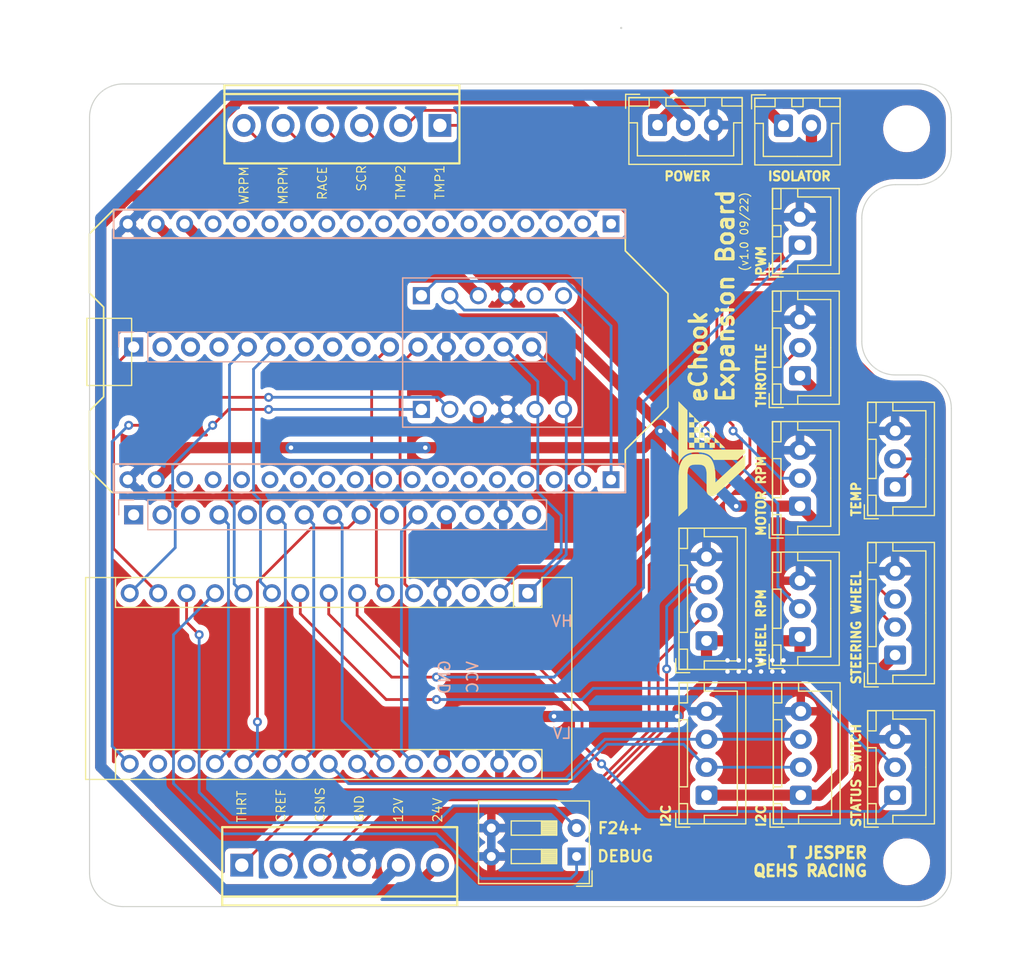
<source format=kicad_pcb>
(kicad_pcb (version 20211014) (generator pcbnew)
  (layers (0 "F.Cu" signal) (31 "B.Cu" signal) (34 "B.Paste" user) (35 "F.Paste" user) (36 "B.SilkS" user "B.Silkscreen") (37 "F.SilkS" user "F.Silkscreen") (38 "B.Mask" user) (39 "F.Mask" user) (44 "Edge.Cuts" user))
  (net 0 "")
  (net 1 "BT_OUT")
  (net 2 "BT_IN")
  (net 4 "GND")
  (net 5 "MOTOR_RPM")
  (net 6 "WHEEL_RPM")
  (net 7 "RACE_SWITCH")
  (net 8 "MOTOR_PWM")
  (net 9 "TELEMETRY_SWITCH")
  (net 10 "BRAKE")
  (net 11 "RACE_START")
  (net 12 "DEBUG_MODE")
  (net 13 "F24_MODE")
  (net 14 "SCREEN_SWITCH")
  (net 15 "TX_HIGH")
  (net 16 "RX_HIGH")
  (net 19 "BATT_T")
  (net 20 "TEMP_1")
  (net 21 "CURRENT")
  (net 22 "THROTTLE")
  (net 23 "SDA")
  (net 24 "SCL")
  (net 25 "TEMP_2")
  (net 26 "BATT_1")
  (net 27 "+5V")
  (net 29 "12_B2B")
  (net 31 "24_B2B")
  (net 32 "/+24V_ISOLATED")
  (net 59 "THROTTLE_B2B")
  (net 81 "MRPM_B2B")
  (net 82 "WRPM_B2B")
  (net 83 "CREF_B2B")
  (net 84 "CSENSE_B2B")
  (net 85 "TEMP1_B2B")
  (net 86 "TEMP2_B2B")
  (net 87 "+3V3")
  (net 88 "RX_LOW")
  (net 89 "TX_LOW")
  (net 90 "RACE_START_B2B")
  (net 91 "SCREEN_SWITCH_B2B")
  (footprint "racetrackr:ESP32 LoRa" (layer "F.Cu") (at 142.637 101.281)
    (fp_text reference "U2" hide)
    (fp_text value "ESP32_LoRa" hide)
  )
  (footprint "Connector_JST:JST_XH_B2B-XH-A_1x02_P2.50mm_Vertical" (layer "F.Cu") (at 179.5 66.725)
    (fp_text reference "J2" hide)
    (fp_text value "POWER_SWITCH" hide)
  )
  (footprint "Connector_JST:JST_XH_B3B-XH-A_1x03_P2.50mm_Vertical" (layer "F.Cu") (at 189.475 126.55 90)
    (fp_text reference "J12" hide)
    (fp_text value "STATUS_CONNECTION" hide)
  )
  (footprint "Connector_JST:JST_XH_B3B-XH-A_1x03_P2.50mm_Vertical" (layer "F.Cu") (at 189.475 99 90)
    (fp_text reference "J14" hide)
    (fp_text value "TEMP_CONNECTION" hide)
  )
  (footprint "Connector_JST:JST_XH_B4B-XH-A_1x04_P2.50mm_Vertical" (layer "F.Cu") (at 172.625 126.55 90)
    (fp_text reference "J6" hide)
    (fp_text value "I2C_1_CONN" hide)
  )
  (footprint "MountingHole:MountingHole_3.2mm_M3" (layer "F.Cu") (at 121.5 67)
    (fp_text reference "A" hide)
    (fp_text value "MountingHole_3.2mm_M3" hide)
  )
  (footprint "Connector_JST:JST_XH_B4B-XH-A_1x04_P2.50mm_Vertical" (layer "F.Cu") (at 189.475 114.025 90)
    (fp_text reference "J15" hide)
    (fp_text value "WHEEL_CONN" hide)
  )
  (footprint "MountingHole:MountingHole_3.2mm_M3" (layer "F.Cu") (at 190.5 132.5)
    (fp_text reference "D" hide)
    (fp_text value "MountingHole_3.2mm_M3" hide)
  )
  (footprint "Connector_JST:JST_XH_B3B-XH-A_1x03_P2.50mm_Vertical" (layer "F.Cu") (at 180.975 112.3875 90)
    (fp_text reference "J10" hide)
    (fp_text value "WHEEL_RPM_CONNECTION" hide)
  )
  (footprint "Button_Switch_THT:SW_DIP_SPSTx02_Slide_9.78x7.26mm_W7.62mm_P2.54mm" (layer "F.Cu") (at 161.0175 132.025 180)
    (fp_text reference "SW1" hide)
    (fp_text value "SW_DIP_x02" hide)
  )
  (footprint "Module:Arduino_Nano" (layer "F.Cu") (at 156.65 108.5 -90)
    (fp_text reference "A1" hide)
    (fp_text value "Arduino_Nano_v3.x" hide)
  )
  (footprint "MountingHole:MountingHole_3.2mm_M3" (layer "F.Cu") (at 190.5 67)
    (fp_text reference "B" hide)
    (fp_text value "MountingHole_3.2mm_M3" hide)
  )
  (footprint "Connector_JST:JST_XH_B4B-XH-A_1x04_P2.50mm_Vertical" (layer "F.Cu") (at 181.05 126.55 90)
    (fp_text reference "J8" hide)
    (fp_text value "I2C_2_CONN" hide)
  )
  (footprint "Connector_JST:JST_XH_B2B-XH-A_1x02_P2.50mm_Vertical" (layer "F.Cu") (at 180.975 77.4 90)
    (fp_text reference "J3" hide)
    (fp_text value "PWM_OUTPUT_CONN" hide)
  )
  (footprint "Connectors:SCREWTERMINAL-3.5MM-6" (layer "F.Cu") (at 131.1 132.8)
    (fp_text reference "J16" hide)
    (fp_text value "Screw_Terminal_01x06" hide)
  )
  (footprint "MountingHole:MountingHole_3.2mm_M3" (layer "F.Cu") (at 121.5 132.5)
    (fp_text reference "C" hide)
    (fp_text value "MountingHole_3.2mm_M3" hide)
  )
  (footprint "Connector_JST:JST_XH_B3B-XH-A_1x03_P2.50mm_Vertical" (layer "F.Cu") (at 180.975 100.725 90)
    (fp_text reference "J9" hide)
    (fp_text value "MOTOR_RPM_CONNECTION" hide)
  )
  (footprint "Connector_JST:JST_XH_B3B-XH-A_1x03_P2.50mm_Vertical" (layer "F.Cu") (at 180.975 89.0625 90)
    (fp_text reference "J5" hide)
    (fp_text value "THROTTLE_CONNECTION" hide)
  )
  (footprint "Connector_JST:JST_XH_B3B-XH-A_1x03_P2.50mm_Vertical" (layer "F.Cu") (at 168.25 66.675)
    (fp_text reference "J1" hide)
    (fp_text value "POWER_CONNECTION" hide)
  )
  (footprint "Connectors:SCREWTERMINAL-3.5MM-6" (layer "F.Cu") (at 148.8003 66.7003 180)
    (fp_text reference "J17" hide)
    (fp_text value "Screw_Terminal_01x06" hide)
  )
  (footprint "Connector_JST:JST_XH_B4B-XH-A_1x04_P2.50mm_Vertical" (layer "F.Cu") (at 172.625 112.75 90)
    (fp_text reference "J13" hide)
    (fp_text value "CURRENT_CONN" hide)
  )
  (footprint "Connector_PinHeader_2.54mm:PinHeader_1x15_P2.54mm_Vertical" (layer "B.Cu") (at 121.4408 86.4989 -90)
    (fp_text reference "J7" hide)
    (fp_text value "Conn_01x15_Male" hide)
  )
  (footprint "racetrackr:CONV_BOB-12009" (layer "B.Cu") (at 153.5 87 -90)
    (fp_text reference "U1" hide)
    (fp_text value "LogicLevelConverter" hide)
  )
  (footprint "Connector_PinHeader_2.54mm:PinHeader_1x15_P2.54mm_Vertical" (layer "B.Cu") (at 121.4408 101.4998 -90)
    (fp_text reference "J4" hide)
    (fp_text value "Conn_01x15_Male" hide)
  )
  (gr_poly (pts (xy 170.915997 92.160484) (xy 170.916526 92.295421) (xy 170.916526 95.674151) (xy 176.077753 95.674151) (xy 176.077753 95.955932) (xy 175.970332 96.054886) (xy 175.391159 96.587228) (xy 173.261528 96.587228) (xy 173.258497 96.581517) (xy 173.255538 96.575718) (xy 173.249721 96.56401) (xy 173.246808 96.558175) (xy 173.243855 96.552402) (xy 173.240833 96.546728) (xy 173.237716 96.54119) (xy 173.189985 96.465032) (xy 173.137195 96.393725) (xy 173.079362 96.327279) (xy 173.016507 96.265701) (xy 172.948648 96.209001) (xy 172.875803 96.157186) (xy 172.797991 96.110265) (xy 172.71523 96.068248) (xy 172.627539 96.031141) (xy 172.534937 95.998955) (xy 172.437442 95.971696) (xy 172.335073 95.949375) (xy 172.227849 95.931999) (xy 172.115787 95.919577) (xy 171.998908 95.912118) (xy 171.877228 95.90963) (xy 171.662916 95.90963) (xy 171.602369 95.910308) (xy 171.542976 95.912344) (xy 171.484748 95.915734) (xy 171.427697 95.920478) (xy 171.371835 95.926573) (xy 171.317174 95.934019) (xy 171.263726 95.942814) (xy 171.211503 95.952955) (xy 171.160518 95.964443) (xy 171.110781 95.977274) (xy 171.062306 95.991448) (xy 171.015104 96.006963) (xy 170.969187 96.023818) (xy 170.924568 96.04201) (xy 170.881257 96.061539) (xy 170.839268 96.082403) (xy 170.798003 96.104654) (xy 170.757758 96.128046) (xy 170.718538 96.152572) (xy 170.680352 96.178223) (xy 170.643209 96.204994) (xy 170.607115 96.232877) (xy 170.572078 96.261866) (xy 170.538106 96.291953) (xy 170.505207 96.323131) (xy 170.473388 96.355394) (xy 170.442658 96.388734) (xy 170.413024 96.423145) (xy 170.384494 96.458619) (xy 170.357075 96.49515) (xy 170.330776 96.53273) (xy 170.305603 96.571353) (xy 170.278387 96.616453) (xy 170.252476 96.662824) (xy 170.227836 96.710423) (xy 170.204433 96.759207) (xy 170.182234 96.809131) (xy 170.161203 96.860153) (xy 170.141307 96.91223) (xy 170.122512 96.965317) (xy 170.122512 94.186133) (xy 170.122247 91.565965) (xy 170.122247 91.366734)) (layer "F.SilkS") (width 0.02) (fill solid))
  (gr_poly (pts (xy 172.901166 94.145124) (xy 172.444759 94.145124) (xy 172.444759 93.688718)) (layer "F.SilkS") (width 0.02) (fill solid))
  (gr_poly (pts (xy 170.123041 101.332794) (xy 170.123041 98.124986) (xy 170.124157 98.016775) (xy 170.127506 97.910422) (xy 170.133087 97.805922) (xy 170.1409 97.703274) (xy 170.150946 97.602473) (xy 170.163224 97.503517) (xy 170.177735 97.406403) (xy 170.194478 97.311128) (xy 170.203811 97.264384) (xy 170.21395 97.218409) (xy 170.224895 97.173205) (xy 170.236646 97.128772) (xy 170.249203 97.085112) (xy 170.262567 97.042224) (xy 170.276737 97.000109) (xy 170.291713 96.958769) (xy 170.307495 96.918205) (xy 170.324083 96.878416) (xy 170.341477 96.839403) (xy 170.359677 96.801169) (xy 170.378684 96.763712) (xy 170.398497 96.727035) (xy 170.419116 96.691137) (xy 170.440541 96.65602) (xy 170.462849 96.621817) (xy 170.486119 96.588565) (xy 170.51035 96.556264) (xy 170.535543 96.524915) (xy 170.561696 96.494519) (xy 170.588811 96.465078) (xy 170.616886 96.436593) (xy 170.645923 96.409064) (xy 170.675922 96.382494) (xy 170.706881 96.356883) (xy 170.738801 96.332232) (xy 170.771683 96.308543) (xy 170.805526 96.285817) (xy 170.84033 96.264054) (xy 170.876095 96.243257) (xy 170.912822 96.223426) (xy 170.950634 96.204636) (xy 170.989655 96.187062) (xy 171.029886 96.170702) (xy 171.071328 96.155556) (xy 171.11398 96.141625) (xy 171.157844 96.128906) (xy 171.202919 96.117401) (xy 171.249206 96.107109) (xy 171.296706 96.098028) (xy 171.345418 96.09016) (xy 171.395344 96.083504) (xy 171.446482 96.078058) (xy 171.498835 96.073824) (xy 171.552402 96.070799) (xy 171.607184 96.068985) (xy 171.66318 96.06838) (xy 171.877493 96.06838) (xy 171.988357 96.070538) (xy 172.094632 96.077011) (xy 172.196318 96.087799) (xy 172.245439 96.09481) (xy 172.293413 96.1029) (xy 172.34024 96.112068) (xy 172.385919 96.122314) (xy 172.43045 96.133639) (xy 172.473833 96.146041) (xy 172.516068 96.159521) (xy 172.557156 96.174078) (xy 172.597096 96.189714) (xy 172.635888 96.206427) (xy 172.673531 96.224217) (xy 172.710027 96.243085) (xy 172.745375 96.26303) (xy 172.779574 96.284052) (xy 172.812626 96.306151) (xy 172.844529 96.329327) (xy 172.875284 96.35358) (xy 172.90489 96.37891) (xy 172.933348 96.405317) (xy 172.960658 96.4328) (xy 172.986819 96.461359) (xy 173.011832 96.490995) (xy 173.035696 96.521707) (xy 173.058412 96.553496) (xy 173.079979 96.58636) (xy 173.100397 96.620301) (xy 173.138844 96.691025) (xy 173.174811 96.765186) (xy 173.208297 96.842784) (xy 173.239303 96.923819) (xy 173.267828 97.008293) (xy 173.293873 97.096207) (xy 173.317438 97.18756) (xy 173.338522 97.282355) (xy 173.357125 97.380591) (xy 173.373248 97.482269) (xy 173.386891 97.587391) (xy 173.398053 97.695956) (xy 173.406735 97.807967) (xy 173.412936 97.923422) (xy 173.416656 98.042325) (xy 173.417897 98.164674) (xy 173.417897 98.617376) (xy 175.62558 96.587228) (xy 176.077488 96.171567) (xy 176.077488 97.299221) (xy 173.528493 99.63364) (xy 173.512494 99.648228) (xy 173.496247 99.662227) (xy 173.479752 99.675637) (xy 173.463008 99.688458) (xy 173.446017 99.70069) (xy 173.428778 99.712333) (xy 173.411291 99.723386) (xy 173.393555 99.733851) (xy 173.375572 99.743726) (xy 173.35734 99.753012) (xy 173.338861 99.76171) (xy 173.320133 99.769818) (xy 173.301158 99.777337) (xy 173.281934 99.784266) (xy 173.262463 99.790607) (xy 173.242743 99.796359) (xy 173.222948 99.801537) (xy 173.203351 99.806057) (xy 173.183949 99.809921) (xy 173.16474 99.813127) (xy 173.145724 99.815675) (xy 173.126899 99.817567) (xy 173.108262 99.818801) (xy 173.089814 99.819377) (xy 173.071551 99.819297) (xy 173.053473 99.818559) (xy 173.035577 99.817164) (xy 173.017863 99.815111) (xy 173.000329 99.812401) (xy 172.982974 99.809034) (xy 172.965795 99.805009) (xy 172.948791 99.800327) (xy 172.933099 99.79501) (xy 172.917675 99.788979) (xy 172.90252 99.782236) (xy 172.887635 99.774779) (xy 172.873021 99.766609) (xy 172.85868 99.757725) (xy 172.844612 99.748129) (xy 172.83082 99.73782) (xy 172.817303 99.726797) (xy 172.804063 99.715061) (xy 172.791102 99.702613) (xy 172.77842 99.689451) (xy 172.766018 99.675576) (xy 172.753899 99.660987) (xy 172.742062 99.645686) (xy 172.730509 99.629671) (xy 172.719456 99.61299) (xy 172.709115 99.595788) (xy 172.699488 99.578063) (xy 172.690574 99.559817) (xy 172.682373 99.541049) (xy 172.674885 99.521757) (xy 172.66811 99.501942) (xy 172.662049 99.481604) (xy 172.6567 99.460742) (xy 172.652065 99.439355) (xy 172.648142 99.417443) (xy 172.644933 99.395007) (xy 172.642437 99.372044) (xy 172.640655 99.348556) (xy 172.639585 99.324542) (xy 172.639228 99.3) (xy 172.639228 97.926284) (xy 172.638611 97.863013) (xy 172.636759 97.802187) (xy 172.63367 97.743806) (xy 172.629344 97.68787) (xy 172.623779 97.63438) (xy 172.616974 97.583337) (xy 172.608928 97.534743) (xy 172.59964 97.488597) (xy 172.589109 97.444901) (xy 172.577333 97.403654) (xy 172.564311 97.364859) (xy 172.550043 97.328516) (xy 172.534527 97.294625) (xy 172.517761 97.263187) (xy 172.499745 97.234204) (xy 172.480478 97.207675) (xy 172.459624 97.183119) (xy 172.43665 97.160149) (xy 172.411557 97.138766) (xy 172.384348 97.11897) (xy 172.355022 97.100759) (xy 172.323581 97.084134) (xy 172.290026 97.069094) (xy 172.254359 97.055639) (xy 172.21658 97.043769) (xy 172.176691 97.033482) (xy 172.134692 97.024779) (xy 172.090586 97.017659) (xy 172.044372 97.012122) (xy 171.996053 97.008168) (xy 171.94563 97.005795) (xy 171.893103 97.005005) (xy 171.646776 97.005005) (xy 171.594283 97.005795) (xy 171.543961 97.008168) (xy 171.495809 97.012122) (xy 171.449827 97.017659) (xy 171.406016 97.024779) (xy 171.364375 97.033482) (xy 171.324904 97.043769) (xy 171.287604 97.055639) (xy 171.252475 97.069094) (xy 171.219515 97.084134) (xy 171.20385 97.092249) (xy 171.188727 97.100759) (xy 171.174146 97.109666) (xy 171.160108 97.11897) (xy 171.146613 97.12867) (xy 171.13366 97.138766) (xy 171.12125 97.149259) (xy 171.109383 97.160149) (xy 171.098058 97.171436) (xy 171.087275 97.183119) (xy 171.077036 97.195199) (xy 171.067339 97.207675) (xy 171.04912 97.234204) (xy 171.032068 97.263187) (xy 171.016184 97.294625) (xy 171.00147 97.328516) (xy 170.987926 97.364859) (xy 170.975554 97.403654) (xy 170.964354 97.444901) (xy 170.954328 97.488597) (xy 170.945478 97.534743) (xy 170.937804 97.583337) (xy 170.931307 97.63438) (xy 170.925989 97.68787) (xy 170.921851 97.743806) (xy 170.918893 97.802187) (xy 170.917118 97.863013) (xy 170.916526 97.926284) (xy 170.916526 100.908932) (xy 170.122247 101.637065)) (layer "F.SilkS") (width 0.02) (fill solid))
  (gr_poly (pts (xy 172.444759 94.145124) (xy 172.444759 94.601795) (xy 171.988088 94.601795) (xy 171.988088 94.145124)) (layer "F.SilkS") (width 0.02) (fill solid))
  (gr_poly (pts (xy 171.531418 92.775376) (xy 171.075012 92.775376) (xy 171.075012 92.31897)) (layer "F.SilkS") (width 0.02) (fill solid))
  (gr_poly (pts (xy 171.531682 94.145124) (xy 171.531682 93.688718) (xy 171.531682 93.688453) (xy 171.531418 93.688453) (xy 171.531418 93.688718) (xy 171.531682 93.688718) (xy 171.531682 94.145124) (xy 171.531682 94.601795) (xy 171.988088 94.601795) (xy 171.988088 95.058201) (xy 172.444759 95.058201) (xy 172.444759 94.601795) (xy 172.901166 94.601795) (xy 172.901166 94.145124) (xy 173.357837 94.601795) (xy 173.814507 95.058465) (xy 173.357837 95.058465) (xy 173.357837 95.058201) (xy 173.357837 94.601795) (xy 172.90143 94.601795) (xy 172.90143 95.058201) (xy 173.357837 95.058201) (xy 173.357837 95.058465) (xy 173.357837 95.514871) (xy 172.90143 95.514871) (xy 172.90143 95.058465) (xy 172.90143 95.058201) (xy 172.901166 95.058201) (xy 172.901166 95.058465) (xy 172.90143 95.058465) (xy 172.90143 95.514871) (xy 172.901166 95.514871) (xy 172.901166 95.058465) (xy 172.444759 95.058465) (xy 172.444759 95.514871) (xy 171.988088 95.514871) (xy 171.988088 95.058465) (xy 171.531682 95.058465) (xy 171.531682 95.058201) (xy 171.531418 95.058201) (xy 171.531418 94.601795) (xy 171.075012 94.601795) (xy 171.075012 94.145124) (xy 171.531418 94.145124) (xy 171.531418 93.688718) (xy 171.075012 93.688718) (xy 171.075012 93.232046) (xy 171.531418 93.232046) (xy 171.531418 92.775376) (xy 171.988088 93.232046) (xy 172.444759 93.688718) (xy 171.988088 93.688718) (xy 171.988088 93.688453) (xy 171.988088 93.232046) (xy 171.531682 93.232046) (xy 171.531682 93.688453) (xy 171.988088 93.688453) (xy 171.988088 93.688718) (xy 171.988088 94.145124)) (layer "F.SilkS") (width 0.02) (fill solid))
  (gr_poly (pts (xy 174.270913 95.514871) (xy 173.814507 95.514871) (xy 173.814507 95.058465)) (layer "F.SilkS") (width 0.02) (fill solid))
  (gr_poly (pts (xy 171.531418 95.058201) (xy 171.531418 95.058465) (xy 171.531682 95.058465) (xy 171.531682 95.514871) (xy 171.075012 95.514871) (xy 171.075012 95.058201)) (layer "F.SilkS") (width 0.02) (fill solid))
  (gr_arc (start 117.5 66) (mid 118.37868 63.87868) (end 120.5 63) (layer "Edge.Cuts") (width 0.1))
  (gr_line (start 189.5 89) (end 191.5 89) (layer "Edge.Cuts") (width 0.1))
  (gr_line (start 194.5 66) (end 194.5 69) (layer "Edge.Cuts") (width 0.1))
  (gr_line (start 191.5 136.5) (end 120.5 136.5) (layer "Edge.Cuts") (width 0.1))
  (gr_line (start 120.5 63) (end 191.5 63) (layer "Edge.Cuts") (width 0.1))
  (gr_arc (start 194.5 133.5) (mid 193.62132 135.62132) (end 191.5 136.5) (layer "Edge.Cuts") (width 0.1))
  (gr_line (start 194.5 92) (end 194.5 133.5) (layer "Edge.Cuts") (width 0.1))
  (gr_arc (start 191.5 63) (mid 193.62132 63.87868) (end 194.5 66) (layer "Edge.Cuts") (width 0.1))
  (gr_arc (start 194.5 69) (mid 193.62132 71.12132) (end 191.5 72) (layer "Edge.Cuts") (width 0.1))
  (gr_arc (start 120.5 136.5) (mid 118.37868 135.62132) (end 117.5 133.5) (layer "Edge.Cuts") (width 0.1))
  (gr_line (start 117.5 133.5) (end 117.5 66) (layer "Edge.Cuts") (width 0.1))
  (gr_arc (start 186.5 75) (mid 187.37868 72.87868) (end 189.5 72) (layer "Edge.Cuts") (width 0.1))
  (gr_line (start 189.5 72) (end 191.5 72) (layer "Edge.Cuts") (width 0.1))
  (gr_line (start 186.5 75) (end 186.5 86) (layer "Edge.Cuts") (width 0.1))
  (gr_arc (start 191.5 89) (mid 193.62132 89.87868) (end 194.5 92) (layer "Edge.Cuts") (width 0.1))
  (gr_arc (start 189.5 89) (mid 187.37868 88.12132) (end 186.5 86) (layer "Edge.Cuts") (width 0.1))
  (gr_arc (start 165 58) (mid 165 58) (end 165 58) (layer "Edge.Cuts") (width 0.1))
  (gr_text "HV" (at 159.723738 111) (layer "B.SilkS") (effects (font (size 1 1)) (justify mirror)))
  (gr_text "GND" (at 149.223738 116 90) (layer "B.SilkS") (effects (font (size 1 1)) (justify mirror)))
  (gr_text "VCC" (at 151.723738 116 90) (layer "B.SilkS") (effects (font (size 1 1)) (justify mirror)))
  (gr_text "LV" (at 159.723738 121) (layer "B.SilkS") (effects (font (size 1 1)) (justify mirror)))
  (gr_text "THRT" (at 131.1 129.05 90) (layer "F.SilkS") (effects (font (size 0.8 0.8) (thickness 0.1)) (justify left)))
  (gr_text "TEMP" (at 186 101.75 90) (layer "F.SilkS") (effects (font (size 0.8 0.8) (thickness 0.2)) (justify left)))
  (gr_text "POWER" (at 168.75 71.25) (layer "F.SilkS") (effects (font (size 0.8 0.8) (thickness 0.2)) (justify left)))
  (gr_text "STEERING WHEEL" (at 186 116.75 90) (layer "F.SilkS") (effects (font (size 0.8 0.8) (thickness 0.2)) (justify left)))
  (gr_text "12V" (at 145.1 129.05 90) (layer "F.SilkS") (effects (font (size 0.8 0.8) (thickness 0.1)) (justify left)))
  (gr_text "24V" (at 148.6 129.05 90) (layer "F.SilkS") (effects (font (size 0.8 0.8) (thickness 0.1)) (justify left)))
  (gr_text "GND" (at 141.6 129.05 90) (layer "F.SilkS") (effects (font (size 0.8 0.8) (thickness 0.1)) (justify left)))
  (gr_text "DEBUG" (at 162.75 132) (layer "F.SilkS") (effects (font (size 1 1) (thickness 0.2)) (justify left)))
  (gr_text "STATUS SWITCH" (at 186 129.5 90) (layer "F.SilkS") (effects (font (size 0.8 0.8) (thickness 0.2)) (justify left)))
  (gr_text "eChook\nExpansion Board" (at 173.1 91.6 90) (layer "F.SilkS") (effects (font (size 1.5 1.5) (thickness 0.3)) (justify left)))
  (gr_text "CREF" (at 134.6 129.05 90) (layer "F.SilkS") (effects (font (size 0.8 0.8) (thickness 0.1)) (justify left)))
  (gr_text "MOTOR RPM" (at 177.5 103.5 90) (layer "F.SilkS") (effects (font (size 0.8 0.8) (thickness 0.2)) (justify left)))
  (gr_text "WHEEL RPM" (at 177.5 115.25 90) (layer "F.SilkS") (effects (font (size 0.8 0.8) (thickness 0.2)) (justify left)))
  (gr_text "I2C" (at 177.5 129.5 90) (layer "F.SilkS") (effects (font (size 0.8 0.8) (thickness 0.2)) (justify left)))
  (gr_text "F24+" (at 162.8 129.5) (layer "F.SilkS") (effects (font (size 1 1) (thickness 0.2)) (justify left)))
  (gr_text "SCR" (at 141.8 72.676191 90) (layer "F.SilkS") (effects (font (size 0.8 0.8) (thickness 0.1)) (justify left)))
  (gr_text "T JESPER\nQEHS RACING" (at 187.1 132.5) (layer "F.SilkS") (effects (font (size 1 1) (thickness 0.25)) (justify right)))
  (gr_text "PWM" (at 177.5 80.25 90) (layer "F.SilkS") (effects (font (size 0.8 0.8) (thickness 0.2)) (justify left)))
  (gr_text "TMP1" (at 148.8 73.4 90) (layer "F.SilkS") (effects (font (size 0.8 0.8) (thickness 0.1)) (justify left)))
  (gr_text "CSNS" (at 138.1 129.05 90) (layer "F.SilkS") (effects (font (size 0.8 0.8) (thickness 0.1)) (justify left)))
  (gr_text "I2C" (at 169 129.5 90) (layer "F.SilkS") (effects (font (size 0.8 0.8) (thickness 0.2)) (justify left)))
  (gr_text "WRPM" (at 131.3 73.85 90) (layer "F.SilkS") (effects (font (size 0.8 0.8) (thickness 0.1)) (justify left)))
  (gr_text "RACE" (at 138.3 73.430953 90) (layer "F.SilkS") (effects (font (size 0.8 0.8) (thickness 0.1)) (justify left)))
  (gr_text "ISOLATOR" (at 178 71.25) (layer "F.SilkS") (effects (font (size 0.8 0.8) (thickness 0.2)) (justify left)))
  (gr_text "THROTTLE" (at 177.5 92 90) (layer "F.SilkS") (effects (font (size 0.8 0.8) (thickness 0.2)) (justify left)))
  (gr_text "(v1.0 09/22)" (at 176 76.2 90) (layer "F.SilkS") (effects (font (size 0.7 0.7) (thickness 0.1))))
  (gr_text "MRPM" (at 134.8 73.85 90) (layer "F.SilkS") (effects (font (size 0.8 0.8) (thickness 0.1)) (justify left)))
  (gr_text "TMP2" (at 145.3 73.4 90) (layer "F.SilkS") (effects (font (size 0.8 0.8) (thickness 0.1)) (justify left)))
  (segment (start 160.093811 105.056189) (end 160.093811 89.591911) (width 0.25) (layer "B.Cu") (net 1))
  (segment (start 156.65 108.5) (end 160.093811 105.056189) (width 0.25) (layer "B.Cu") (net 1))
  (segment (start 160.093811 89.591911) (end 157.0008 86.4989) (width 0.25) (layer "B.Cu") (net 1))
  (segment (start 158.007141 106.507141) (end 156.102859 106.507141) (width 0.25) (layer "B.Cu") (net 2))
  (segment (start 159.644291 104.869991) (end 158.007141 106.507141) (width 0.25) (layer "B.Cu") (net 2))
  (segment (start 157.553811 99.46952) (end 159.644291 101.56) (width 0.25) (layer "B.Cu") (net 2))
  (segment (start 156.102859 106.507141) (end 154.11 108.5) (width 0.25) (layer "B.Cu") (net 2))
  (segment (start 154.4608 86.4989) (end 157.553811 89.591911) (width 0.25) (layer "B.Cu") (net 2))
  (segment (start 157.553811 89.591911) (end 157.553811 99.46952) (width 0.25) (layer "B.Cu") (net 2))
  (segment (start 159.644291 101.56) (end 159.644291 104.869991) (width 0.25) (layer "B.Cu") (net 2))
  (segment (start 149.033432 108.5) (end 149.03 108.5) (width 1) (layer "F.Cu") (net 4))
  (via (at 175.5 114.5) (size 0.8) (drill 0.4) (layers "F.Cu" "B.Cu") (net 4))
  (via (at 174.5 114.5) (size 0.8) (drill 0.4) (layers "F.Cu" "B.Cu") (net 4))
  (via (at 174.5 115.5) (size 0.8) (drill 0.4) (layers "F.Cu" "B.Cu") (net 4))
  (via (at 178.5 114.5) (size 0.8) (drill 0.4) (layers "F.Cu" "B.Cu") (net 4))
  (via (at 179.5 114.5) (size 0.8) (drill 0.4) (layers "F.Cu" "B.Cu") (net 4))
  (via (at 175.5 115.5) (size 0.8) (drill 0.4) (layers "F.Cu" "B.Cu") (net 4))
  (via (at 177.5 114.5) (size 0.8) (drill 0.4) (layers "F.Cu" "B.Cu") (net 4))
  (via (at 179.5 115.5) (size 0.8) (drill 0.4) (layers "F.Cu" "B.Cu") (net 4))
  (via (at 176.5 115.5) (size 0.8) (drill 0.4) (layers "F.Cu" "B.Cu") (net 4))
  (via (at 176.5 114.5) (size 0.8) (drill 0.4) (layers "F.Cu" "B.Cu") (net 4))
  (via (at 177.5 115.5) (size 0.8) (drill 0.4) (layers "F.Cu" "B.Cu") (net 4))
  (via (at 178.5 115.5) (size 0.8) (drill 0.4) (layers "F.Cu" "B.Cu") (net 4))
  (segment (start 145.666289 107.676289) (end 145.666289 100.516289) (width 0.25) (layer "F.Cu") (net 5))
  (segment (start 145.246189 88.093511) (end 146.8408 86.4989) (width 0.25) (layer "F.Cu") (net 5))
  (segment (start 146.49 108.5) (end 145.666289 107.676289) (width 0.25) (layer "F.Cu") (net 5))
  (segment (start 145.666289 100.516289) (end 145.246189 100.096189) (width 0.25) (layer "F.Cu") (net 5))
  (segment (start 145.246189 100.096189) (end 145.246189 88.093511) (width 0.25) (layer "F.Cu") (net 5))
  (segment (start 142.706189 88.093511) (end 142.706189 100.593201) (width 0.25) (layer "F.Cu") (net 6))
  (segment (start 142.706189 100.593201) (end 143.126289 101.013301) (width 0.25) (layer "F.Cu") (net 6))
  (segment (start 144.3008 86.4989) (end 142.706189 88.093511) (width 0.25) (layer "F.Cu") (net 6))
  (segment (start 143.126289 107.676289) (end 143.95 108.5) (width 0.25) (layer "F.Cu") (net 6))
  (segment (start 143.126289 101.013301) (end 143.126289 107.676289) (width 0.25) (layer "F.Cu") (net 6))
  (segment (start 141.41 110.479322) (end 145.930678 115) (width 0.25) (layer "F.Cu") (net 7))
  (segment (start 161.5 119) (end 161.5 122) (width 0.25) (layer "F.Cu") (net 7))
  (segment (start 157.5 115) (end 161.5 119) (width 0.25) (layer "F.Cu") (net 7))
  (segment (start 161.5 122) (end 163.25 123.75) (width 0.25) (layer "F.Cu") (net 7))
  (segment (start 141.41 108.5) (end 141.41 110.479322) (width 0.25) (layer "F.Cu") (net 7))
  (segment (start 145.930678 115) (end 157.5 115) (width 0.25) (layer "F.Cu") (net 7))
  (via (at 163.25 123.75) (size 0.8) (drill 0.4) (layers "F.Cu" "B.Cu") (net 7))
  (segment (start 163.25 123.75) (end 167.5 128) (width 0.25) (layer "B.Cu") (net 7))
  (segment (start 188.025 128) (end 167.5 128) (width 0.25) (layer "B.Cu") (net 7))
  (segment (start 189.475 126.55) (end 188.025 128) (width 0.25) (layer "B.Cu") (net 7))
  (segment (start 144.5 116) (end 138.87 110.37) (width 0.25) (layer "F.Cu") (net 8))
  (segment (start 138.87 110.37) (end 138.87 108.5) (width 0.25) (layer "F.Cu") (net 8))
  (segment (start 148.5 116) (end 144.5 116) (width 0.25) (layer "F.Cu") (net 8))
  (via (at 148.5 116) (size 0.8) (drill 0.4) (layers "F.Cu" "B.Cu") (net 8))
  (via (at 148.5 116) (size 0.8) (drill 0.4) (layers "F.Cu" "B.Cu") (net 8))
  (segment (start 180.975 77.4) (end 167 91.375) (width 0.25) (layer "B.Cu") (net 8))
  (segment (start 167 91.375) (end 167 108) (width 0.25) (layer "B.Cu") (net 8))
  (segment (start 167 108) (end 159 116) (width 0.25) (layer "B.Cu") (net 8))
  (segment (start 159 116) (end 148.5 116) (width 0.25) (layer "B.Cu") (net 8))
  (segment (start 148.5 118) (end 144 118) (width 0.25) (layer "F.Cu") (net 9))
  (segment (start 136.33 110.33) (end 136.33 108.5) (width 0.25) (layer "F.Cu") (net 9))
  (segment (start 144 118) (end 136.33 110.33) (width 0.25) (layer "F.Cu") (net 9))
  (via (at 148.5 118) (size 0.8) (drill 0.4) (layers "F.Cu" "B.Cu") (net 9))
  (segment (start 187.97548 122.55048) (end 187.05048 122.55048) (width 0.25) (layer "B.Cu") (net 9))
  (segment (start 187.05048 122.55048) (end 181.5 117) (width 0.25) (layer "B.Cu") (net 9))
  (segment (start 162.5 117) (end 161.5 118) (width 0.25) (layer "B.Cu") (net 9))
  (segment (start 161.5 118) (end 148.5 118) (width 0.25) (layer "B.Cu") (net 9))
  (segment (start 181.5 117) (end 162.5 117) (width 0.25) (layer "B.Cu") (net 9))
  (segment (start 189.475 124.05) (end 187.97548 122.55048) (width 0.25) (layer "B.Cu") (net 9))
  (segment (start 132.775311 100.227689) (end 132.775311 107.485311) (width 0.25) (layer "B.Cu") (net 10))
  (segment (start 132.153811 88.485889) (end 132.153811 99.606189) (width 0.25) (layer "B.Cu") (net 10))
  (segment (start 134.1408 86.4989) (end 132.153811 88.485889) (width 0.25) (layer "B.Cu") (net 10))
  (segment (start 132.153811 99.606189) (end 132.775311 100.227689) (width 0.25) (layer "B.Cu") (net 10))
  (segment (start 132.775311 107.485311) (end 133.79 108.5) (width 0.25) (layer "B.Cu") (net 10))
  (segment (start 130.426289 100.516289) (end 130.006189 100.096189) (width 0.25) (layer "B.Cu") (net 11))
  (segment (start 130.426289 107.676289) (end 130.426289 100.516289) (width 0.25) (layer "B.Cu") (net 11))
  (segment (start 130.006189 88.093511) (end 131.6008 86.4989) (width 0.25) (layer "B.Cu") (net 11))
  (segment (start 130.006189 100.096189) (end 130.006189 88.093511) (width 0.25) (layer "B.Cu") (net 11))
  (segment (start 131.25 108.5) (end 130.426289 107.676289) (width 0.25) (layer "B.Cu") (net 11))
  (segment (start 160.5 134) (end 161.0175 133.4825) (width 0.25) (layer "B.Cu") (net 12))
  (segment (start 148.5 130) (end 152.5 134) (width 0.25) (layer "B.Cu") (net 12))
  (segment (start 152.5 134) (end 160.5 134) (width 0.25) (layer "B.Cu") (net 12))
  (segment (start 128.71 108.5) (end 125 112.21) (width 0.25) (layer "B.Cu") (net 12))
  (segment (start 129.5 130) (end 148.5 130) (width 0.25) (layer "B.Cu") (net 12))
  (segment (start 161.0175 133.4825) (end 161.0175 132.025) (width 0.25) (layer "B.Cu") (net 12))
  (segment (start 125 112.21) (end 125 125.5) (width 0.25) (layer "B.Cu") (net 12))
  (segment (start 125 125.5) (end 129.5 130) (width 0.25) (layer "B.Cu") (net 12))
  (segment (start 126.17 108.5) (end 126.17 111.080978) (width 0.25) (layer "F.Cu") (net 13))
  (segment (start 126.17 111.080978) (end 127.294511 112.205489) (width 0.25) (layer "F.Cu") (net 13))
  (via (at 127.294511 112.205489) (size 0.8) (drill 0.4) (layers "F.Cu" "B.Cu") (net 13))
  (segment (start 127.5 112) (end 127.294511 112.205489) (width 0.25) (layer "B.Cu") (net 13))
  (segment (start 127.294511 112.205489) (end 127.294511 126.294511) (width 0.25) (layer "B.Cu") (net 13))
  (segment (start 150 127.5) (end 159.0325 127.5) (width 0.25) (layer "B.Cu") (net 13))
  (segment (start 130 129) (end 148.5 129) (width 0.25) (layer "B.Cu") (net 13))
  (segment (start 159.0325 127.5) (end 161.0175 129.485) (width 0.25) (layer "B.Cu") (net 13))
  (segment (start 127.294511 126.294511) (end 130 129) (width 0.25) (layer "B.Cu") (net 13))
  (segment (start 148.5 129) (end 150 127.5) (width 0.25) (layer "B.Cu") (net 13))
  (segment (start 121.4408 86.4989) (end 119.646189 88.293511) (width 0.25) (layer "F.Cu") (net 14))
  (segment (start 119.646189 104.516189) (end 123.63 108.5) (width 0.25) (layer "F.Cu") (net 14))
  (segment (start 119.646189 88.293511) (end 119.646189 104.516189) (width 0.25) (layer "F.Cu") (net 14))
  (segment (start 129.92 92.08) (end 128.5 93.5) (width 0.25) (layer "F.Cu") (net 15))
  (segment (start 133.5 92.08) (end 129.92 92.08) (width 0.25) (layer "F.Cu") (net 15))
  (via (at 133.5 92.08) (size 0.8) (drill 0.4) (layers "F.Cu" "B.Cu") (net 15))
  (via (at 128.5 93.5) (size 0.8) (drill 0.4) (layers "F.Cu" "B.Cu") (net 15))
  (segment (start 128.5 93.5) (end 124.926189 97.073811) (width 0.25) (layer "B.Cu") (net 15))
  (segment (start 125.155311 101.013301) (end 125.155311 104.434689) (width 0.25) (layer "B.Cu") (net 15))
  (segment (start 124.926189 97.073811) (end 124.926189 100.784179) (width 0.25) (layer "B.Cu") (net 15))
  (segment (start 124.926189 100.784179) (end 125.155311 101.013301) (width 0.25) (layer "B.Cu") (net 15))
  (segment (start 125.155311 104.434689) (end 121.09 108.5) (width 0.25) (layer "B.Cu") (net 15))
  (segment (start 147.15 92.08) (end 133.5 92.08) (width 0.25) (layer "B.Cu") (net 15))
  (segment (start 133.5 91) (end 129 91) (width 0.25) (layer "F.Cu") (net 16))
  (segment (start 129 91) (end 126.5 93.5) (width 0.25) (layer "F.Cu") (net 16))
  (segment (start 126.5 93.5) (end 121 93.5) (width 0.25) (layer "F.Cu") (net 16))
  (via (at 133.5 91) (size 0.8) (drill 0.4) (layers "F.Cu" "B.Cu") (net 16))
  (via (at 121 93.5) (size 0.8) (drill 0.4) (layers "F.Cu" "B.Cu") (net 16))
  (segment (start 120.975386 93.5) (end 119.52452 94.950866) (width 0.25) (layer "B.Cu") (net 16))
  (segment (start 119.52452 94.950866) (end 119.52452 122.17452) (width 0.25) (layer "B.Cu") (net 16))
  (segment (start 149.69 92.08) (end 148.603489 90.993489) (width 0.25) (layer "B.Cu") (net 16))
  (segment (start 119.52452 122.17452) (end 121.09 123.74) (width 0.25) (layer "B.Cu") (net 16))
  (segment (start 133.5 91) (end 133.506511 90.993489) (width 0.25) (layer "B.Cu") (net 16))
  (segment (start 148.603489 90.993489) (end 133.506511 90.993489) (width 0.25) (layer "B.Cu") (net 16))
  (segment (start 121 93.5) (end 120.975386 93.5) (width 0.25) (layer "B.Cu") (net 16))
  (segment (start 129.9108 102.3498) (end 129.9108 122.5392) (width 0.25) (layer "B.Cu") (net 19))
  (segment (start 129.9108 122.5392) (end 128.71 123.74) (width 0.25) (layer "B.Cu") (net 19))
  (segment (start 129.0608 101.4998) (end 129.9108 102.3498) (width 0.25) (layer "B.Cu") (net 19))
  (segment (start 140.586289 102.674311) (end 137.325689 102.674311) (width 0.25) (layer "F.Cu") (net 20))
  (segment (start 132.5 107.5) (end 132.5 120) (width 0.25) (layer "F.Cu") (net 20))
  (segment (start 141.7608 101.4998) (end 140.586289 102.674311) (width 0.25) (layer "F.Cu") (net 20))
  (segment (start 137.325689 102.674311) (end 132.5 107.5) (width 0.25) (layer "F.Cu") (net 20))
  (via (at 132.5 120) (size 0.8) (drill 0.4) (layers "F.Cu" "B.Cu") (net 20))
  (segment (start 131.25 123.74) (end 132.49 122.5) (width 0.25) (layer "B.Cu") (net 20))
  (segment (start 132.49 122.5) (end 132.5 122.5) (width 0.25) (layer "B.Cu") (net 20))
  (segment (start 132.5 122.5) (end 132.5 120) (width 0.25) (layer "B.Cu") (net 20))
  (segment (start 134.9908 102.3498) (end 134.9908 122.5392) (width 0.25) (layer "B.Cu") (net 21))
  (segment (start 134.1408 101.4998) (end 134.9908 102.3498) (width 0.25) (layer "B.Cu") (net 21))
  (segment (start 134.9908 122.5392) (end 133.79 123.74) (width 0.25) (layer "B.Cu") (net 21))
  (segment (start 137.5308 102.3498) (end 137.5308 122.5392) (width 0.25) (layer "B.Cu") (net 22))
  (segment (start 137.5308 122.5392) (end 136.33 123.74) (width 0.25) (layer "B.Cu") (net 22))
  (segment (start 136.6808 101.4998) (end 137.5308 102.3498) (width 0.25) (layer "B.Cu") (net 22))
  (segment (start 160.221687 125.514031) (end 160.485009 125.250708) (width 0.25) (layer "B.Cu") (net 23))
  (segment (start 160.485009 125.250708) (end 163.735718 122) (width 0.25) (layer "B.Cu") (net 23))
  (segment (start 170.575 122) (end 172.625 124.05) (width 0.25) (layer "B.Cu") (net 23))
  (segment (start 140.644031 125.514031) (end 160.221687 125.514031) (width 0.25) (layer "B.Cu") (net 23))
  (segment (start 138.87 123.74) (end 140.644031 125.514031) (width 0.25) (layer "B.Cu") (net 23))
  (segment (start 172.625 124.05) (end 181.05 124.05) (width 0.25) (layer "B.Cu") (net 23))
  (segment (start 163.735718 122) (end 170.575 122) (width 0.25) (layer "B.Cu") (net 23))
  (segment (start 142.734511 125.064511) (end 160.035489 125.064511) (width 0.25) (layer "B.Cu") (net 24))
  (segment (start 163.55 121.55) (end 172.625 121.55) (width 0.25) (layer "B.Cu") (net 24))
  (segment (start 160.035489 125.064511) (end 163.55 121.55) (width 0.25) (layer "B.Cu") (net 24))
  (segment (start 141.41 123.74) (end 142.734511 125.064511) (width 0.25) (layer "B.Cu") (net 24))
  (segment (start 172.625 121.55) (end 181.05 121.55) (width 0.25) (layer "B.Cu") (net 24))
  (segment (start 140.0708 119.8608) (end 143.95 123.74) (width 0.25) (layer "B.Cu") (net 25))
  (segment (start 140.0708 102.3498) (end 140.0708 119.8608) (width 0.25) (layer "B.Cu") (net 25))
  (segment (start 139.2208 101.4998) (end 140.0708 102.3498) (width 0.25) (layer "B.Cu") (net 25))
  (segment (start 145.365489 122.615489) (end 146.49 123.74) (width 0.25) (layer "B.Cu") (net 26))
  (segment (start 146.8408 101.4998) (end 145.365489 102.975111) (width 0.25) (layer "B.Cu") (net 26))
  (segment (start 145.365489 102.975111) (end 145.365489 122.615489) (width 0.25) (layer "B.Cu") (net 26))
  (segment (start 184.81 104.56) (end 184.81 118.69) (width 1) (layer "F.Cu") (net 27))
  (segment (start 182.68 126.55) (end 181.05 126.55) (width 1) (layer "F.Cu") (net 27))
  (segment (start 180.975 112.3875) (end 180.975 114.855) (width 1) (layer "F.Cu") (net 27))
  (segment (start 168.5 94) (end 168.5 102) (width 1) (layer "F.Cu") (net 27))
  (segment (start 180.6125 112.75) (end 180.975 112.3875) (width 1) (layer "F.Cu") (net 27))
  (segment (start 167 95.5) (end 168.5 94) (width 1) (layer "F.Cu") (net 27))
  (segment (start 135.5 95.5) (end 126.32 95.5) (width 1) (layer "F.Cu") (net 27))
  (segment (start 152.5 95.5) (end 167 95.5) (width 1) (layer "F.Cu") (net 27))
  (segment (start 184.81 92.8975) (end 184.81 104.56) (width 1) (layer "F.Cu") (net 27))
  (segment (start 180.975 114.855) (end 184.81 118.69) (width 1) (layer "F.Cu") (net 27))
  (segment (start 159 119.5) (end 158.981511 119.518489) (width 1) (layer "F.Cu") (net 27))
  (segment (start 172.625 112.75) (end 172.625 116.375) (width 1) (layer "F.Cu") (net 27))
  (segment (start 147.5 95.5) (end 152.5 95.5) (width 1) (layer "F.Cu") (net 27))
  (segment (start 150.865211 119.518489) (end 158.981511 119.518489) (width 1) (layer "F.Cu") (net 27))
  (segment (start 152.23 92.08) (end 152.23 95.23) (width 1) (layer "F.Cu") (net 27))
  (segment (start 180.975 100.725) (end 175.275 100.725) (width 1) (layer "F.Cu") (net 27))
  (segment (start 149.2037 123.5663) (end 149.03 123.74) (width 1) (layer "F.Cu") (net 27))
  (segment (start 180.975 89.0625) (end 184.81 92.8975) (width 1) (layer "F.Cu") (net 27))
  (segment (start 149.3808 103.3808) (end 149.3808 101.4998) (width 1) (layer "F.Cu") (net 27))
  (segment (start 172.625 126.55) (end 181.05 126.55) (width 1) (layer "F.Cu") (net 27))
  (segment (start 149.2037 121.18) (end 150.865211 119.518489) (width 1) (layer "F.Cu") (net 27))
  (segment (start 170.090185 118.909815) (end 170.090185 119.5) (width 1) (layer "F.Cu") (net 27))
  (segment (start 165.5 105) (end 151 105) (width 1) (layer "F.Cu") (net 27))
  (segment (start 123.46 75.5) (end 131.96 84) (width 1) (layer "F.Cu") (net 27))
  (segment (start 180.975 100.725) (end 184.81 104.56) (width 1) (layer "F.Cu") (net 27))
  (segment (start 168.5 102) (end 165.5 105) (width 1) (layer "F.Cu") (net 27))
  (segment (start 189.475 114.025) (end 184.81 118.69) (width 1) (layer "F.Cu") (net 27))
  (segment (start 184.81 124.42) (end 182.68 126.55) (width 1) (layer "F.Cu") (net 27))
  (segment (start 172.625 116.375) (end 170.090185 118.909815) (width 1) (layer "F.Cu") (net 27))
  (segment (start 168.5 93.5) (end 168.5 94) (width 1) (layer "F.Cu") (net 27))
  (segment (start 131.96 84) (end 159 84) (width 1) (layer "F.Cu") (net 27))
  (segment (start 184.81 118.69) (end 184.81 124.42) (width 1) (layer "F.Cu") (net 27))
  (segment (start 172.625 112.75) (end 180.6125 112.75) (width 1) (layer "F.Cu") (net 27))
  (segment (start 126.32 95.5) (end 123.46 98.36) (width 1) (layer "F.Cu") (net 27))
  (segment (start 149.2037 121.18) (end 149.2037 123.5663) (width 1) (layer "F.Cu") (net 27))
  (segment (start 152.23 95.23) (end 152.5 95.5) (width 1) (layer "F.Cu") (net 27))
  (segment (start 159 84) (end 168.5 93.5) (width 1) (layer "F.Cu") (net 27))
  (segment (start 151 105) (end 149.3808 103.3808) (width 1) (layer "F.Cu") (net 27))
  (via (at 168.5 94) (size 0.8) (drill 0.4) (layers "F.Cu" "B.Cu") (net 27))
  (via (at 170 119.5) (size 0.8) (drill 0.4) (layers "F.Cu" "B.Cu") (net 27))
  (via (at 175.275 100.725) (size 0.8) (drill 0.4) (layers "F.Cu" "B.Cu") (net 27))
  (via (at 159 119.5) (size 0.8) (drill 0.4) (layers "F.Cu" "B.Cu") (net 27))
  (via (at 147.5 95.5) (size 0.8) (drill 0.4) (layers "F.Cu" "B.Cu") (net 27))
  (via (at 135.5 95.5) (size 0.8) (drill 0.4) (layers "F.Cu" "B.Cu") (net 27))
  (segment (start 168.55 94) (end 168.5 94) (width 1) (layer "B.Cu") (net 27))
  (segment (start 135.5 95.5) (end 147.5 95.5) (width 1) (layer "B.Cu") (net 27))
  (segment (start 175.275 100.725) (end 168.55 94) (width 1) (layer "B.Cu") (net 27))
  (segment (start 159 119.5) (end 170 119.5) (width 1) (layer "B.Cu") (net 27))
  (segment (start 170.75 66.675) (end 170.75 66.224334) (width 1) (layer "B.Cu") (net 29))
  (segment (start 118.5 124) (end 129.5 135) (width 1) (layer "B.Cu") (net 29))
  (segment (start 168.525666 64) (end 129.5 64) (width 1) (layer "B.Cu") (net 29))
  (segment (start 129.5 135) (end 142.89794 135) (width 1) (layer "B.Cu") (net 29))
  (segment (start 142.89794 135) (end 145.09794 132.8) (width 1) (layer "B.Cu") (net 29))
  (segment (start 170.75 66.224334) (end 168.525666 64) (width 1) (layer "B.Cu") (net 29))
  (segment (start 118.5 75) (end 118.5 124) (width 1) (layer "B.Cu") (net 29))
  (segment (start 129.5 64) (end 118.5 75) (width 1) (layer "B.Cu") (net 29))
  (segment (start 182 66.725) (end 182 68.5) (width 1) (layer "F.Cu") (net 31))
  (segment (start 122.5 128) (end 122.5 128.031022) (width 1) (layer "F.Cu") (net 31))
  (segment (start 166.5 70) (end 160.835269 64.335269) (width 1) (layer "F.Cu") (net 31))
  (segment (start 160.835269 64.335269) (end 130.958328 64.335269) (width 1) (layer "F.Cu") (net 31))
  (segment (start 122.5 128.031022) (end 129.468978 135) (width 1) (layer "F.Cu") (net 31))
  (segment (start 118.5 124) (end 122.5 128) (width 1) (layer "F.Cu") (net 31))
  (segment (start 146.39806 135) (end 148.59806 132.8) (width 1) (layer "F.Cu") (net 31))
  (segment (start 129.468978 135) (end 146.39806 135) (width 1) (layer "F.Cu") (net 31))
  (segment (start 121.088228 73) (end 118.5 75.588228) (width 1) (layer "F.Cu") (net 31))
  (segment (start 182 68.5) (end 180.5 70) (width 1) (layer "F.Cu") (net 31))
  (segment (start 122.293597 73) (end 121.088228 73) (width 1) (layer "F.Cu") (net 31))
  (segment (start 130.958328 64.335269) (end 122.293597 73) (width 1) (layer "F.Cu") (net 31))
  (segment (start 180.5 70) (end 166.5 70) (width 1) (layer "F.Cu") (net 31))
  (segment (start 118.5 75.588228) (end 118.5 124) (width 1) (layer "F.Cu") (net 31))
  (segment (start 170.095806 64.73) (end 177.505 64.73) (width 1) (layer "F.Cu") (net 32))
  (segment (start 168.25 66.575806) (end 170.095806 64.73) (width 1) (layer "F.Cu") (net 32))
  (segment (start 177.505 64.73) (end 179.5 66.725) (width 1) (layer "F.Cu") (net 32))
  (segment (start 168.25 66.675) (end 168.25 66.575806) (width 1) (layer "F.Cu") (net 32))
  (segment (start 137.83904 126.06096) (end 162.213322 126.06096) (width 0.25) (layer "F.Cu") (net 59))
  (segment (start 162.213322 126.06096) (end 167.5 120.774282) (width 0.25) (layer "F.Cu") (net 59))
  (segment (start 131.1 132.8) (end 137.83904 126.06096) (width 0.25) (layer "F.Cu") (net 59))
  (segment (start 167.5 106) (end 176.5 97) (width 0.25) (layer "F.Cu") (net 59))
  (segment (start 167.5 120.774282) (end 167.5 106) (width 0.25) (layer "F.Cu") (net 59))
  (segment (start 176.5 97) (end 176.5 91.0375) (width 0.25) (layer "F.Cu") (net 59))
  (segment (start 176.5 91.0375) (end 180.975 86.5625) (width 0.25) (layer "F.Cu") (net 59))
  (segment (start 163.966899 72.466899) (end 174 82.5) (width 0.25) (layer "F.Cu") (net 81))
  (segment (start 140.568959 72.466899) (end 163.966899 72.466899) (width 0.25) (layer "F.Cu") (net 81))
  (segment (start 134.80236 66.7003) (end 140.568959 72.466899) (width 0.25) (layer "F.Cu") (net 81))
  (segment (start 174 82.5) (end 174 92.5) (width 0.25) (layer "F.Cu") (net 81))
  (segment (start 175 93.5) (end 175 94) (width 0.25) (layer "F.Cu") (net 81))
  (segment (start 174 92.5) (end 175 93.5) (width 0.25) (layer "F.Cu") (net 81))
  (via (at 175 94) (size 0.8) (drill 0.4) (layers "F.Cu" "B.Cu") (net 81))
  (segment (start 179.225 98.225) (end 180.975 98.225) (width 0.25) (layer "B.Cu") (net 81))
  (segment (start 175 94) (end 179.225 98.225) (width 0.25) (layer "B.Cu") (net 81))
  (segment (start 172.5 93.5) (end 172.5 94) (width 0.25) (layer "F.Cu") (net 82))
  (segment (start 137.60194 73) (end 163.864282 73) (width 0.25) (layer "F.Cu") (net 82))
  (segment (start 173.55048 82.686198) (end 173.55048 92.44952) (width 0.25) (layer "F.Cu") (net 82))
  (segment (start 163.864282 73) (end 173.55048 82.686198) (width 0.25) (layer "F.Cu") (net 82))
  (segment (start 131.30224 66.7003) (end 137.60194 73) (width 0.25) (layer "F.Cu") (net 82))
  (segment (start 173.55048 92.44952) (end 172.5 93.5) (width 0.25) (layer "F.Cu") (net 82))
  (via (at 172.5 94) (size 0.8) (drill 0.4) (layers "F.Cu" "B.Cu") (net 82))
  (segment (start 172.5 94) (end 179 100.5) (width 0.25) (layer "B.Cu") (net 82))
  (segment (start 179 107.9125) (end 180.975 109.8875) (width 0.25) (layer "B.Cu") (net 82))
  (segment (start 179 100.5) (end 179 107.9125) (width 0.25) (layer "B.Cu") (net 82))
  (segment (start 134.59758 132.8) (end 140.8871 126.51048) (width 0.25) (layer "F.Cu") (net 83))
  (segment (start 168.3 120.61) (end 168.3 114.575) (width 0.25) (layer "F.Cu") (net 83))
  (segment (start 162.39952 126.51048) (end 168.3 120.61) (width 0.25) (layer "F.Cu") (net 83))
  (segment (start 168.3 114.575) (end 172.625 110.25) (width 0.25) (layer "F.Cu") (net 83))
  (segment (start 140.8871 126.51048) (end 162.39952 126.51048) (width 0.25) (layer "F.Cu") (net 83))
  (segment (start 169.065665 120.480053) (end 169.065665 115.267746) (width 0.25) (layer "F.Cu") (net 84))
  (segment (start 161.95 126.96) (end 162.585717 126.96) (width 0.25) (layer "F.Cu") (net 84))
  (segment (start 138.0977 132.8) (end 143.9377 126.96) (width 0.25) (layer "F.Cu") (net 84))
  (segment (start 143.9377 126.96) (end 161.95 126.96) (width 0.25) (layer "F.Cu") (net 84))
  (segment (start 162.585717 126.96) (end 168.617859 120.927859) (width 0.25) (layer "F.Cu") (net 84))
  (segment (start 168.617859 120.927859) (end 169.065665 120.480053) (width 0.25) (layer "F.Cu") (net 84))
  (via (at 169.065665 115.267746) (size 0.8) (drill 0.4) (layers "F.Cu" "B.Cu") (net 84))
  (segment (start 169.065665 109.684335) (end 171 107.75) (width 0.25) (layer "B.Cu") (net 84))
  (segment (start 171 107.75) (end 172.625 107.75) (width 0.25) (layer "B.Cu") (net 84))
  (segment (start 169.065665 115.267746) (end 169.065665 109.684335) (width 0.25) (layer "B.Cu") (net 84))
  (segment (start 145.7997 66.7003) (end 145.30272 66.7003) (width 0.25) (layer "F.Cu") (net 85))
  (segment (start 192.94952 95.52548) (end 192.94952 91.813803) (width 0.25) (layer "F.Cu") (net 85))
  (segment (start 150.5 66.25078) (end 150.5 65.718978) (width 0.25) (layer "F.Cu") (net 85))
  (segment (start 147.140211 65.359789) (end 145.7997 66.7003) (width 0.25) (layer "F.Cu") (net 85))
  (segment (start 183.94952 81.813802) (end 181.686198 79.55048) (width 0.25) (layer "F.Cu") (net 85))
  (segment (start 191.686197 90.55048) (end 189.05048 90.55048) (width 0.25) (layer "F.Cu") (net 85))
  (segment (start 160.386498 66.25078) (end 150.5 66.25078) (width 0.25) (layer "F.Cu") (net 85))
  (segment (start 189.05048 90.55048) (end 183.94952 85.44952) (width 0.25) (layer "F.Cu") (net 85))
  (segment (start 181.686198 79.55048) (end 173.686198 79.55048) (width 0.25) (layer "F.Cu") (net 85))
  (segment (start 173.686198 79.55048) (end 160.386498 66.25078) (width 0.25) (layer "F.Cu") (net 85))
  (segment (start 183.94952 85.44952) (end 183.94952 81.813802) (width 0.25) (layer "F.Cu") (net 85))
  (segment (start 189.475 99) (end 192.94952 95.52548) (width 0.25) (layer "F.Cu") (net 85))
  (segment (start 192.94952 91.813803) (end 191.686197 90.55048) (width 0.25) (layer "F.Cu") (net 85))
  (segment (start 150.140811 65.359789) (end 147.140211 65.359789) (width 0.25) (layer "F.Cu") (net 85))
  (segment (start 150.5 65.718978) (end 150.140811 65.359789) (width 0.25) (layer "F.Cu") (net 85))
  (segment (start 173.5 80) (end 181.5 80) (width 0.25) (layer "F.Cu") (net 86))
  (segment (start 183.5 86) (end 188.5 91) (width 0.25) (layer "F.Cu") (net 86))
  (segment (start 191.5 91) (end 192.5 92) (width 0.25) (layer "F.Cu") (net 86))
  (segment (start 181.5 80) (end 183.5 82) (width 0.25) (layer "F.Cu") (net 86))
  (segment (start 192.5 92) (end 192.5 95) (width 0.25) (layer "F.Cu") (net 86))
  (segment (start 189.475 96.5) (end 191 96.5) (width 0.25) (layer "F.Cu") (net 86))
  (segment (start 160.2003 66.7003) (end 173.5 80) (width 0.25) (layer "F.Cu") (net 86))
  (segment (start 183.5 82) (end 183.5 86) (width 0.25) (layer "F.Cu") (net 86))
  (segment (start 188.5 91) (end 191.5 91) (width 0.25) (layer "F.Cu") (net 86))
  (segment (start 148.8003 66.7003) (end 160.2003 66.7003) (width 0.25) (layer "F.Cu") (net 86))
  (segment (start 191 96.5) (end 192.5 95) (width 0.25) (layer "F.Cu") (net 86))
  (segment (start 152.23 81.92) (end 150.568489 80.258489) (width 1) (layer "F.Cu") (net 87))
  (segment (start 150.568489 80.258489) (end 130.758489 80.258489) (width 1) (layer "F.Cu") (net 87))
  (segment (start 130.758489 80.258489) (end 126 75.5) (width 1) (layer "F.Cu") (net 87))
  (segment (start 164.1 84.63344) (end 164.1 98.36) (width 0.25) (layer "B.Cu") (net 88))
  (segment (start 147.15 81.92) (end 148.436511 80.633489) (width 0.25) (layer "B.Cu") (net 88))
  (segment (start 160.100049 80.633489) (end 164.1 84.63344) (width 0.25) (layer "B.Cu") (net 88))
  (segment (start 148.436511 80.633489) (end 160.100049 80.633489) (width 0.25) (layer "B.Cu") (net 88))
  (segment (start 149.69 81.92) (end 150.976511 83.206511) (width 0.25) (layer "B.Cu") (net 89))
  (segment (start 150.976511 83.206511) (end 160 83.206511) (width 0.25) (layer "B.Cu") (net 89))
  (segment (start 160 83.206511) (end 161.56 84.766511) (width 0.25) (layer "B.Cu") (net 89))
  (segment (start 161.56 84.766511) (end 161.56 98.36) (width 0.25) (layer "B.Cu") (net 89))
  (segment (start 182.60096 87.10096) (end 182.60096 82.372396) (width 0.25) (layer "F.Cu") (net 90))
  (segment (start 173.127605 80.89904) (end 172.364282 80.135718) (width 0.25) (layer "F.Cu") (net 90))
  (segment (start 172.364282 80.135718) (end 164.245943 72.017379) (width 0.25) (layer "F.Cu") (net 90))
  (segment (start 164.245943 72.017379) (end 143.619559 72.017379) (width 0.25) (layer "F.Cu") (net 90))
  (segment (start 181.127604 80.89904) (end 173.127605 80.89904) (width 0.25) (layer "F.Cu") (net 90))
  (segment (start 182.60096 82.372396) (end 181.127604 80.89904) (width 0.25) (layer "F.Cu") (net 90))
  (segment (start 189.475 111.525) (end 186.5 108.55) (width 0.25) (layer "F.Cu") (net 90))
  (segment (start 186.5 91) (end 182.60096 87.10096) (width 0.25) (layer "F.Cu") (net 90))
  (segment (start 143.619559 72.017379) (end 138.30248 66.7003) (width 0.25) (layer "F.Cu") (net 90))
  (segment (start 186.5 108.55) (end 186.5 91) (width 0.25) (layer "F.Cu") (net 90))
  (segment (start 183.05048 86.55048) (end 187.5 91) (width 0.25) (layer "F.Cu") (net 91))
  (segment (start 181.313802 80.44952) (end 183.05048 82.186198) (width 0.25) (layer "F.Cu") (net 91))
  (segment (start 173.313803 80.44952) (end 181.313802 80.44952) (width 0.25) (layer "F.Cu") (net 91))
  (segment (start 187.5 107.5) (end 189.025 109.025) (width 0.25) (layer "F.Cu") (net 91))
  (segment (start 183.05048 82.186198) (end 183.05048 86.55048) (width 0.25) (layer "F.Cu") (net 91))
  (segment (start 187.5 91) (end 187.5 107.5) (width 0.25) (layer "F.Cu") (net 91))
  (segment (start 164.432141 71.567859) (end 173.313803 80.44952) (width 0.25) (layer "F.Cu") (net 91))
  (segment (start 189.025 109.025) (end 189.475 109.025) (width 0.25) (layer "F.Cu") (net 91))
  (segment (start 141.8026 66.7003) (end 146.670159 71.567859) (width 0.25) (layer "F.Cu") (net 91))
  (segment (start 146.670159 71.567859) (end 164.432141 71.567859) (width 0.25) (layer "F.Cu") (net 91))
  (zone (net 4) (net_name "GND") (layers F&B.Cu) (connect_pads (clearance 0.5)) (min_thickness 0.254) (fill yes (thermal_gap 0.508) (thermal_bridge_width 0.75))
    (polygon (pts (xy 201 141.5) (xy 109.5 142) (xy 110 59.5) (xy 200 55.5)))
  )
)
</source>
